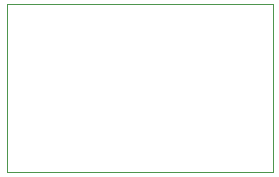
<source format=gbr>
%TF.GenerationSoftware,KiCad,Pcbnew,(5.1.6-0)*%
%TF.CreationDate,2023-05-08T15:43:43-07:00*%
%TF.ProjectId,LM1876_mute,4c4d3138-3736-45f6-9d75-74652e6b6963,rev?*%
%TF.SameCoordinates,Original*%
%TF.FileFunction,Profile,NP*%
%FSLAX46Y46*%
G04 Gerber Fmt 4.6, Leading zero omitted, Abs format (unit mm)*
G04 Created by KiCad (PCBNEW (5.1.6-0)) date 2023-05-08 15:43:43*
%MOMM*%
%LPD*%
G01*
G04 APERTURE LIST*
%TA.AperFunction,Profile*%
%ADD10C,0.050000*%
%TD*%
G04 APERTURE END LIST*
D10*
X170000000Y-116750000D02*
X147500000Y-116750000D01*
X170000000Y-102500000D02*
X170000000Y-116750000D01*
X147500000Y-102500000D02*
X170000000Y-102500000D01*
X147500000Y-116750000D02*
X147500000Y-102500000D01*
M02*

</source>
